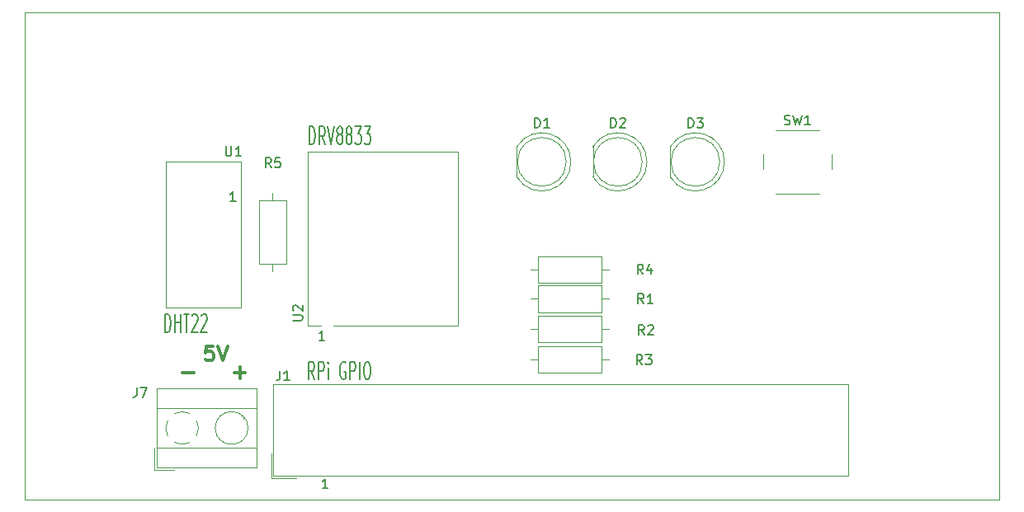
<source format=gto>
%TF.GenerationSoftware,KiCad,Pcbnew,(5.1.2)-1*%
%TF.CreationDate,2019-07-30T19:12:15+02:00*%
%TF.ProjectId,F_rderband,46f67264-6572-4626-916e-642e6b696361,rev?*%
%TF.SameCoordinates,Original*%
%TF.FileFunction,Legend,Top*%
%TF.FilePolarity,Positive*%
%FSLAX46Y46*%
G04 Gerber Fmt 4.6, Leading zero omitted, Abs format (unit mm)*
G04 Created by KiCad (PCBNEW (5.1.2)-1) date 2019-07-30 19:12:15*
%MOMM*%
%LPD*%
G04 APERTURE LIST*
%ADD10C,0.150000*%
%ADD11C,0.300000*%
%ADD12C,0.200000*%
%ADD13C,0.050000*%
%ADD14C,0.120000*%
G04 APERTURE END LIST*
D10*
X121125714Y-138852380D02*
X120554285Y-138852380D01*
X120840000Y-138852380D02*
X120840000Y-137852380D01*
X120744761Y-137995238D01*
X120649523Y-138090476D01*
X120554285Y-138138095D01*
X120775714Y-123642380D02*
X120204285Y-123642380D01*
X120490000Y-123642380D02*
X120490000Y-122642380D01*
X120394761Y-122785238D01*
X120299523Y-122880476D01*
X120204285Y-122928095D01*
X111675714Y-109352380D02*
X111104285Y-109352380D01*
X111390000Y-109352380D02*
X111390000Y-108352380D01*
X111294761Y-108495238D01*
X111199523Y-108590476D01*
X111104285Y-108638095D01*
D11*
X109334285Y-124228571D02*
X108620000Y-124228571D01*
X108548571Y-124942857D01*
X108620000Y-124871428D01*
X108762857Y-124800000D01*
X109120000Y-124800000D01*
X109262857Y-124871428D01*
X109334285Y-124942857D01*
X109405714Y-125085714D01*
X109405714Y-125442857D01*
X109334285Y-125585714D01*
X109262857Y-125657142D01*
X109120000Y-125728571D01*
X108762857Y-125728571D01*
X108620000Y-125657142D01*
X108548571Y-125585714D01*
X109834285Y-124228571D02*
X110334285Y-125728571D01*
X110834285Y-124228571D01*
X112644285Y-126972857D02*
X111501428Y-126972857D01*
X112072857Y-126401428D02*
X112072857Y-127544285D01*
X107358571Y-126972857D02*
X106215714Y-126972857D01*
D12*
X119244761Y-103494285D02*
X119244761Y-101694285D01*
X119482857Y-101694285D01*
X119625714Y-101780000D01*
X119720952Y-101951428D01*
X119768571Y-102122857D01*
X119816190Y-102465714D01*
X119816190Y-102722857D01*
X119768571Y-103065714D01*
X119720952Y-103237142D01*
X119625714Y-103408571D01*
X119482857Y-103494285D01*
X119244761Y-103494285D01*
X120816190Y-103494285D02*
X120482857Y-102637142D01*
X120244761Y-103494285D02*
X120244761Y-101694285D01*
X120625714Y-101694285D01*
X120720952Y-101780000D01*
X120768571Y-101865714D01*
X120816190Y-102037142D01*
X120816190Y-102294285D01*
X120768571Y-102465714D01*
X120720952Y-102551428D01*
X120625714Y-102637142D01*
X120244761Y-102637142D01*
X121101904Y-101694285D02*
X121435238Y-103494285D01*
X121768571Y-101694285D01*
X122244761Y-102465714D02*
X122149523Y-102380000D01*
X122101904Y-102294285D01*
X122054285Y-102122857D01*
X122054285Y-102037142D01*
X122101904Y-101865714D01*
X122149523Y-101780000D01*
X122244761Y-101694285D01*
X122435238Y-101694285D01*
X122530476Y-101780000D01*
X122578095Y-101865714D01*
X122625714Y-102037142D01*
X122625714Y-102122857D01*
X122578095Y-102294285D01*
X122530476Y-102380000D01*
X122435238Y-102465714D01*
X122244761Y-102465714D01*
X122149523Y-102551428D01*
X122101904Y-102637142D01*
X122054285Y-102808571D01*
X122054285Y-103151428D01*
X122101904Y-103322857D01*
X122149523Y-103408571D01*
X122244761Y-103494285D01*
X122435238Y-103494285D01*
X122530476Y-103408571D01*
X122578095Y-103322857D01*
X122625714Y-103151428D01*
X122625714Y-102808571D01*
X122578095Y-102637142D01*
X122530476Y-102551428D01*
X122435238Y-102465714D01*
X123197142Y-102465714D02*
X123101904Y-102380000D01*
X123054285Y-102294285D01*
X123006666Y-102122857D01*
X123006666Y-102037142D01*
X123054285Y-101865714D01*
X123101904Y-101780000D01*
X123197142Y-101694285D01*
X123387619Y-101694285D01*
X123482857Y-101780000D01*
X123530476Y-101865714D01*
X123578095Y-102037142D01*
X123578095Y-102122857D01*
X123530476Y-102294285D01*
X123482857Y-102380000D01*
X123387619Y-102465714D01*
X123197142Y-102465714D01*
X123101904Y-102551428D01*
X123054285Y-102637142D01*
X123006666Y-102808571D01*
X123006666Y-103151428D01*
X123054285Y-103322857D01*
X123101904Y-103408571D01*
X123197142Y-103494285D01*
X123387619Y-103494285D01*
X123482857Y-103408571D01*
X123530476Y-103322857D01*
X123578095Y-103151428D01*
X123578095Y-102808571D01*
X123530476Y-102637142D01*
X123482857Y-102551428D01*
X123387619Y-102465714D01*
X123911428Y-101694285D02*
X124530476Y-101694285D01*
X124197142Y-102380000D01*
X124340000Y-102380000D01*
X124435238Y-102465714D01*
X124482857Y-102551428D01*
X124530476Y-102722857D01*
X124530476Y-103151428D01*
X124482857Y-103322857D01*
X124435238Y-103408571D01*
X124340000Y-103494285D01*
X124054285Y-103494285D01*
X123959047Y-103408571D01*
X123911428Y-103322857D01*
X124863809Y-101694285D02*
X125482857Y-101694285D01*
X125149523Y-102380000D01*
X125292380Y-102380000D01*
X125387619Y-102465714D01*
X125435238Y-102551428D01*
X125482857Y-102722857D01*
X125482857Y-103151428D01*
X125435238Y-103322857D01*
X125387619Y-103408571D01*
X125292380Y-103494285D01*
X125006666Y-103494285D01*
X124911428Y-103408571D01*
X124863809Y-103322857D01*
X119728571Y-127644285D02*
X119395238Y-126787142D01*
X119157142Y-127644285D02*
X119157142Y-125844285D01*
X119538095Y-125844285D01*
X119633333Y-125930000D01*
X119680952Y-126015714D01*
X119728571Y-126187142D01*
X119728571Y-126444285D01*
X119680952Y-126615714D01*
X119633333Y-126701428D01*
X119538095Y-126787142D01*
X119157142Y-126787142D01*
X120157142Y-127644285D02*
X120157142Y-125844285D01*
X120538095Y-125844285D01*
X120633333Y-125930000D01*
X120680952Y-126015714D01*
X120728571Y-126187142D01*
X120728571Y-126444285D01*
X120680952Y-126615714D01*
X120633333Y-126701428D01*
X120538095Y-126787142D01*
X120157142Y-126787142D01*
X121157142Y-127644285D02*
X121157142Y-126444285D01*
X121157142Y-125844285D02*
X121109523Y-125930000D01*
X121157142Y-126015714D01*
X121204761Y-125930000D01*
X121157142Y-125844285D01*
X121157142Y-126015714D01*
X122919047Y-125930000D02*
X122823809Y-125844285D01*
X122680952Y-125844285D01*
X122538095Y-125930000D01*
X122442857Y-126101428D01*
X122395238Y-126272857D01*
X122347619Y-126615714D01*
X122347619Y-126872857D01*
X122395238Y-127215714D01*
X122442857Y-127387142D01*
X122538095Y-127558571D01*
X122680952Y-127644285D01*
X122776190Y-127644285D01*
X122919047Y-127558571D01*
X122966666Y-127472857D01*
X122966666Y-126872857D01*
X122776190Y-126872857D01*
X123395238Y-127644285D02*
X123395238Y-125844285D01*
X123776190Y-125844285D01*
X123871428Y-125930000D01*
X123919047Y-126015714D01*
X123966666Y-126187142D01*
X123966666Y-126444285D01*
X123919047Y-126615714D01*
X123871428Y-126701428D01*
X123776190Y-126787142D01*
X123395238Y-126787142D01*
X124395238Y-127644285D02*
X124395238Y-125844285D01*
X125061904Y-125844285D02*
X125252380Y-125844285D01*
X125347619Y-125930000D01*
X125442857Y-126101428D01*
X125490476Y-126444285D01*
X125490476Y-127044285D01*
X125442857Y-127387142D01*
X125347619Y-127558571D01*
X125252380Y-127644285D01*
X125061904Y-127644285D01*
X124966666Y-127558571D01*
X124871428Y-127387142D01*
X124823809Y-127044285D01*
X124823809Y-126444285D01*
X124871428Y-126101428D01*
X124966666Y-125930000D01*
X125061904Y-125844285D01*
X104420952Y-122784285D02*
X104420952Y-120984285D01*
X104659047Y-120984285D01*
X104801904Y-121070000D01*
X104897142Y-121241428D01*
X104944761Y-121412857D01*
X104992380Y-121755714D01*
X104992380Y-122012857D01*
X104944761Y-122355714D01*
X104897142Y-122527142D01*
X104801904Y-122698571D01*
X104659047Y-122784285D01*
X104420952Y-122784285D01*
X105420952Y-122784285D02*
X105420952Y-120984285D01*
X105420952Y-121841428D02*
X105992380Y-121841428D01*
X105992380Y-122784285D02*
X105992380Y-120984285D01*
X106325714Y-120984285D02*
X106897142Y-120984285D01*
X106611428Y-122784285D02*
X106611428Y-120984285D01*
X107182857Y-121155714D02*
X107230476Y-121070000D01*
X107325714Y-120984285D01*
X107563809Y-120984285D01*
X107659047Y-121070000D01*
X107706666Y-121155714D01*
X107754285Y-121327142D01*
X107754285Y-121498571D01*
X107706666Y-121755714D01*
X107135238Y-122784285D01*
X107754285Y-122784285D01*
X108135238Y-121155714D02*
X108182857Y-121070000D01*
X108278095Y-120984285D01*
X108516190Y-120984285D01*
X108611428Y-121070000D01*
X108659047Y-121155714D01*
X108706666Y-121327142D01*
X108706666Y-121498571D01*
X108659047Y-121755714D01*
X108087619Y-122784285D01*
X108706666Y-122784285D01*
D13*
X90000000Y-90000000D02*
X90000000Y-140000000D01*
X190000000Y-90000000D02*
X90000000Y-90000000D01*
X190000000Y-140000000D02*
X190000000Y-90000000D01*
X90000000Y-140000000D02*
X190000000Y-140000000D01*
D14*
X103320000Y-136950000D02*
X105320000Y-136950000D01*
X103320000Y-134710000D02*
X103320000Y-136950000D01*
X110060000Y-133626000D02*
X109966000Y-133719000D01*
X112310000Y-131375000D02*
X112251000Y-131434000D01*
X110230000Y-133866000D02*
X110171000Y-133924000D01*
X112515000Y-131581000D02*
X112421000Y-131674000D01*
X113840000Y-128590000D02*
X113840000Y-136710000D01*
X103560000Y-128590000D02*
X103560000Y-136710000D01*
X103560000Y-136710000D02*
X113840000Y-136710000D01*
X103560000Y-128590000D02*
X113840000Y-128590000D01*
X103560000Y-130650000D02*
X113840000Y-130650000D01*
X103560000Y-134650000D02*
X113840000Y-134650000D01*
X112920000Y-132650000D02*
G75*
G03X112920000Y-132650000I-1680000J0D01*
G01*
X106189383Y-134330450D02*
G75*
G02X105371000Y-134134000I-29383J1680450D01*
G01*
X104676047Y-133439088D02*
G75*
G02X104676000Y-131861000I1483953J789088D01*
G01*
X105370912Y-131166047D02*
G75*
G02X106949000Y-131166000I789088J-1483953D01*
G01*
X107643953Y-131860912D02*
G75*
G02X107644000Y-133439000I-1483953J-789088D01*
G01*
X106948712Y-134133352D02*
G75*
G02X106160000Y-134330000I-788712J1483352D01*
G01*
X115450000Y-108480000D02*
X115450000Y-109250000D01*
X115450000Y-116560000D02*
X115450000Y-115790000D01*
X114080000Y-109250000D02*
X114080000Y-115790000D01*
X116820000Y-109250000D02*
X114080000Y-109250000D01*
X116820000Y-115790000D02*
X116820000Y-109250000D01*
X114080000Y-115790000D02*
X116820000Y-115790000D01*
X119070000Y-104276500D02*
X134430000Y-104280000D01*
X119070000Y-122180000D02*
X119070000Y-104276500D01*
X120400000Y-122180000D02*
X119070000Y-122180000D01*
X121670000Y-122180000D02*
X134430000Y-122180000D01*
X134430000Y-122180000D02*
X134430000Y-104280000D01*
X104470000Y-105253500D02*
X112153500Y-105253500D01*
X112153500Y-105253500D02*
X112153500Y-120303000D01*
X104470000Y-105253500D02*
X104470000Y-120303000D01*
X104470000Y-120303000D02*
X112153500Y-120303000D01*
X172800000Y-106070000D02*
X172800000Y-104570000D01*
X171550000Y-102070000D02*
X167050000Y-102070000D01*
X165800000Y-104570000D02*
X165800000Y-106070000D01*
X167050000Y-108570000D02*
X171550000Y-108570000D01*
X141880000Y-116370000D02*
X142650000Y-116370000D01*
X149960000Y-116370000D02*
X149190000Y-116370000D01*
X142650000Y-117740000D02*
X149190000Y-117740000D01*
X142650000Y-115000000D02*
X142650000Y-117740000D01*
X149190000Y-115000000D02*
X142650000Y-115000000D01*
X149190000Y-117740000D02*
X149190000Y-115000000D01*
X141880000Y-125590000D02*
X142650000Y-125590000D01*
X149960000Y-125590000D02*
X149190000Y-125590000D01*
X142650000Y-126960000D02*
X149190000Y-126960000D01*
X142650000Y-124220000D02*
X142650000Y-126960000D01*
X149190000Y-124220000D02*
X142650000Y-124220000D01*
X149190000Y-126960000D02*
X149190000Y-124220000D01*
X141880000Y-122480000D02*
X142650000Y-122480000D01*
X149960000Y-122480000D02*
X149190000Y-122480000D01*
X142650000Y-123850000D02*
X149190000Y-123850000D01*
X142650000Y-121110000D02*
X142650000Y-123850000D01*
X149190000Y-121110000D02*
X142650000Y-121110000D01*
X149190000Y-123850000D02*
X149190000Y-121110000D01*
X141880000Y-119380000D02*
X142650000Y-119380000D01*
X149960000Y-119380000D02*
X149190000Y-119380000D01*
X142650000Y-120750000D02*
X149190000Y-120750000D01*
X142650000Y-118010000D02*
X142650000Y-120750000D01*
X149190000Y-118010000D02*
X142650000Y-118010000D01*
X149190000Y-120750000D02*
X149190000Y-118010000D01*
X156260000Y-103775000D02*
X156260000Y-106865000D01*
X161320000Y-105320000D02*
G75*
G03X161320000Y-105320000I-2500000J0D01*
G01*
X161810000Y-105319538D02*
G75*
G02X156260000Y-106864830I-2990000J-462D01*
G01*
X161810000Y-105320462D02*
G75*
G03X156260000Y-103775170I-2990000J462D01*
G01*
X148310000Y-103775000D02*
X148310000Y-106865000D01*
X153370000Y-105320000D02*
G75*
G03X153370000Y-105320000I-2500000J0D01*
G01*
X153860000Y-105319538D02*
G75*
G02X148310000Y-106864830I-2990000J-462D01*
G01*
X153860000Y-105320462D02*
G75*
G03X148310000Y-103775170I-2990000J462D01*
G01*
X140510000Y-103775000D02*
X140510000Y-106865000D01*
X145570000Y-105320000D02*
G75*
G03X145570000Y-105320000I-2500000J0D01*
G01*
X146060000Y-105319538D02*
G75*
G02X140510000Y-106864830I-2990000J-462D01*
G01*
X146060000Y-105320462D02*
G75*
G03X140510000Y-103775170I-2990000J462D01*
G01*
X115290000Y-137795000D02*
X115290000Y-135255000D01*
X115290000Y-137795000D02*
X117830000Y-137795000D01*
X115540000Y-137545000D02*
X115540000Y-128195000D01*
X174500000Y-137545000D02*
X115540000Y-137545000D01*
X174500000Y-128195000D02*
X174500000Y-137545000D01*
X115540000Y-128195000D02*
X174500000Y-128195000D01*
D10*
X101506666Y-128512380D02*
X101506666Y-129226666D01*
X101459047Y-129369523D01*
X101363809Y-129464761D01*
X101220952Y-129512380D01*
X101125714Y-129512380D01*
X101887619Y-128512380D02*
X102554285Y-128512380D01*
X102125714Y-129512380D01*
X115303333Y-105902380D02*
X114970000Y-105426190D01*
X114731904Y-105902380D02*
X114731904Y-104902380D01*
X115112857Y-104902380D01*
X115208095Y-104950000D01*
X115255714Y-104997619D01*
X115303333Y-105092857D01*
X115303333Y-105235714D01*
X115255714Y-105330952D01*
X115208095Y-105378571D01*
X115112857Y-105426190D01*
X114731904Y-105426190D01*
X116208095Y-104902380D02*
X115731904Y-104902380D01*
X115684285Y-105378571D01*
X115731904Y-105330952D01*
X115827142Y-105283333D01*
X116065238Y-105283333D01*
X116160476Y-105330952D01*
X116208095Y-105378571D01*
X116255714Y-105473809D01*
X116255714Y-105711904D01*
X116208095Y-105807142D01*
X116160476Y-105854761D01*
X116065238Y-105902380D01*
X115827142Y-105902380D01*
X115731904Y-105854761D01*
X115684285Y-105807142D01*
X117522380Y-121611904D02*
X118331904Y-121611904D01*
X118427142Y-121564285D01*
X118474761Y-121516666D01*
X118522380Y-121421428D01*
X118522380Y-121230952D01*
X118474761Y-121135714D01*
X118427142Y-121088095D01*
X118331904Y-121040476D01*
X117522380Y-121040476D01*
X117617619Y-120611904D02*
X117570000Y-120564285D01*
X117522380Y-120469047D01*
X117522380Y-120230952D01*
X117570000Y-120135714D01*
X117617619Y-120088095D01*
X117712857Y-120040476D01*
X117808095Y-120040476D01*
X117950952Y-120088095D01*
X118522380Y-120659523D01*
X118522380Y-120040476D01*
X110648095Y-103712380D02*
X110648095Y-104521904D01*
X110695714Y-104617142D01*
X110743333Y-104664761D01*
X110838571Y-104712380D01*
X111029047Y-104712380D01*
X111124285Y-104664761D01*
X111171904Y-104617142D01*
X111219523Y-104521904D01*
X111219523Y-103712380D01*
X112219523Y-104712380D02*
X111648095Y-104712380D01*
X111933809Y-104712380D02*
X111933809Y-103712380D01*
X111838571Y-103855238D01*
X111743333Y-103950476D01*
X111648095Y-103998095D01*
X167966666Y-101474761D02*
X168109523Y-101522380D01*
X168347619Y-101522380D01*
X168442857Y-101474761D01*
X168490476Y-101427142D01*
X168538095Y-101331904D01*
X168538095Y-101236666D01*
X168490476Y-101141428D01*
X168442857Y-101093809D01*
X168347619Y-101046190D01*
X168157142Y-100998571D01*
X168061904Y-100950952D01*
X168014285Y-100903333D01*
X167966666Y-100808095D01*
X167966666Y-100712857D01*
X168014285Y-100617619D01*
X168061904Y-100570000D01*
X168157142Y-100522380D01*
X168395238Y-100522380D01*
X168538095Y-100570000D01*
X168871428Y-100522380D02*
X169109523Y-101522380D01*
X169300000Y-100808095D01*
X169490476Y-101522380D01*
X169728571Y-100522380D01*
X170633333Y-101522380D02*
X170061904Y-101522380D01*
X170347619Y-101522380D02*
X170347619Y-100522380D01*
X170252380Y-100665238D01*
X170157142Y-100760476D01*
X170061904Y-100808095D01*
X153453333Y-116842380D02*
X153120000Y-116366190D01*
X152881904Y-116842380D02*
X152881904Y-115842380D01*
X153262857Y-115842380D01*
X153358095Y-115890000D01*
X153405714Y-115937619D01*
X153453333Y-116032857D01*
X153453333Y-116175714D01*
X153405714Y-116270952D01*
X153358095Y-116318571D01*
X153262857Y-116366190D01*
X152881904Y-116366190D01*
X154310476Y-116175714D02*
X154310476Y-116842380D01*
X154072380Y-115794761D02*
X153834285Y-116509047D01*
X154453333Y-116509047D01*
X153373333Y-126132380D02*
X153040000Y-125656190D01*
X152801904Y-126132380D02*
X152801904Y-125132380D01*
X153182857Y-125132380D01*
X153278095Y-125180000D01*
X153325714Y-125227619D01*
X153373333Y-125322857D01*
X153373333Y-125465714D01*
X153325714Y-125560952D01*
X153278095Y-125608571D01*
X153182857Y-125656190D01*
X152801904Y-125656190D01*
X153706666Y-125132380D02*
X154325714Y-125132380D01*
X153992380Y-125513333D01*
X154135238Y-125513333D01*
X154230476Y-125560952D01*
X154278095Y-125608571D01*
X154325714Y-125703809D01*
X154325714Y-125941904D01*
X154278095Y-126037142D01*
X154230476Y-126084761D01*
X154135238Y-126132380D01*
X153849523Y-126132380D01*
X153754285Y-126084761D01*
X153706666Y-126037142D01*
X153573333Y-123082380D02*
X153240000Y-122606190D01*
X153001904Y-123082380D02*
X153001904Y-122082380D01*
X153382857Y-122082380D01*
X153478095Y-122130000D01*
X153525714Y-122177619D01*
X153573333Y-122272857D01*
X153573333Y-122415714D01*
X153525714Y-122510952D01*
X153478095Y-122558571D01*
X153382857Y-122606190D01*
X153001904Y-122606190D01*
X153954285Y-122177619D02*
X154001904Y-122130000D01*
X154097142Y-122082380D01*
X154335238Y-122082380D01*
X154430476Y-122130000D01*
X154478095Y-122177619D01*
X154525714Y-122272857D01*
X154525714Y-122368095D01*
X154478095Y-122510952D01*
X153906666Y-123082380D01*
X154525714Y-123082380D01*
X153533333Y-119862380D02*
X153200000Y-119386190D01*
X152961904Y-119862380D02*
X152961904Y-118862380D01*
X153342857Y-118862380D01*
X153438095Y-118910000D01*
X153485714Y-118957619D01*
X153533333Y-119052857D01*
X153533333Y-119195714D01*
X153485714Y-119290952D01*
X153438095Y-119338571D01*
X153342857Y-119386190D01*
X152961904Y-119386190D01*
X154485714Y-119862380D02*
X153914285Y-119862380D01*
X154200000Y-119862380D02*
X154200000Y-118862380D01*
X154104761Y-119005238D01*
X154009523Y-119100476D01*
X153914285Y-119148095D01*
X158081904Y-101812380D02*
X158081904Y-100812380D01*
X158320000Y-100812380D01*
X158462857Y-100860000D01*
X158558095Y-100955238D01*
X158605714Y-101050476D01*
X158653333Y-101240952D01*
X158653333Y-101383809D01*
X158605714Y-101574285D01*
X158558095Y-101669523D01*
X158462857Y-101764761D01*
X158320000Y-101812380D01*
X158081904Y-101812380D01*
X158986666Y-100812380D02*
X159605714Y-100812380D01*
X159272380Y-101193333D01*
X159415238Y-101193333D01*
X159510476Y-101240952D01*
X159558095Y-101288571D01*
X159605714Y-101383809D01*
X159605714Y-101621904D01*
X159558095Y-101717142D01*
X159510476Y-101764761D01*
X159415238Y-101812380D01*
X159129523Y-101812380D01*
X159034285Y-101764761D01*
X158986666Y-101717142D01*
X150131904Y-101812380D02*
X150131904Y-100812380D01*
X150370000Y-100812380D01*
X150512857Y-100860000D01*
X150608095Y-100955238D01*
X150655714Y-101050476D01*
X150703333Y-101240952D01*
X150703333Y-101383809D01*
X150655714Y-101574285D01*
X150608095Y-101669523D01*
X150512857Y-101764761D01*
X150370000Y-101812380D01*
X150131904Y-101812380D01*
X151084285Y-100907619D02*
X151131904Y-100860000D01*
X151227142Y-100812380D01*
X151465238Y-100812380D01*
X151560476Y-100860000D01*
X151608095Y-100907619D01*
X151655714Y-101002857D01*
X151655714Y-101098095D01*
X151608095Y-101240952D01*
X151036666Y-101812380D01*
X151655714Y-101812380D01*
X142331904Y-101812380D02*
X142331904Y-100812380D01*
X142570000Y-100812380D01*
X142712857Y-100860000D01*
X142808095Y-100955238D01*
X142855714Y-101050476D01*
X142903333Y-101240952D01*
X142903333Y-101383809D01*
X142855714Y-101574285D01*
X142808095Y-101669523D01*
X142712857Y-101764761D01*
X142570000Y-101812380D01*
X142331904Y-101812380D01*
X143855714Y-101812380D02*
X143284285Y-101812380D01*
X143570000Y-101812380D02*
X143570000Y-100812380D01*
X143474761Y-100955238D01*
X143379523Y-101050476D01*
X143284285Y-101098095D01*
X116186666Y-126762380D02*
X116186666Y-127476666D01*
X116139047Y-127619523D01*
X116043809Y-127714761D01*
X115900952Y-127762380D01*
X115805714Y-127762380D01*
X117186666Y-127762380D02*
X116615238Y-127762380D01*
X116900952Y-127762380D02*
X116900952Y-126762380D01*
X116805714Y-126905238D01*
X116710476Y-127000476D01*
X116615238Y-127048095D01*
M02*

</source>
